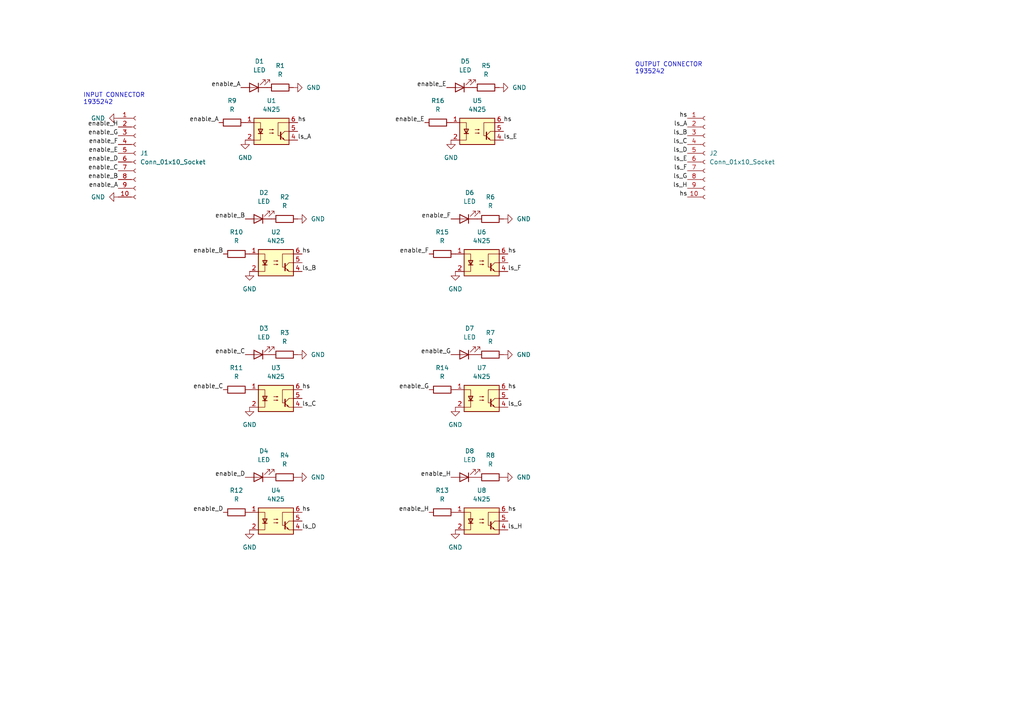
<source format=kicad_sch>
(kicad_sch (version 20230121) (generator eeschema)
  (paper "A4")
  (lib_symbols
    (symbol "Connector:Conn_01x10_Socket" (pin_names (offset 1.016) hide)
      (property "Reference" "J" (at 0 12.7 0))
      (property "Value" "Conn_01x10_Socket" (at 0 -15.24 0))
      (symbol "Conn_01x10_Socket_1_1"
        (arc (start 0 -12.192) (mid -0.5058 -12.7) (end 0 -13.208) (stroke (width 0.1524)))
        (arc (start 0 -9.652) (mid -0.5058 -10.16) (end 0 -10.668) (stroke (width 0.1524)))
        (arc (start 0 -7.112) (mid -0.5058 -7.62) (end 0 -8.128) (stroke (width 0.1524)))
        (arc (start 0 -4.572) (mid -0.5058 -5.08) (end 0 -5.588) (stroke (width 0.1524)))
        (arc (start 0 -2.032) (mid -0.5058 -2.54) (end 0 -3.048) (stroke (width 0.1524)))
        (polyline (pts (xy -1.27 -12.7) (xy -0.508 -12.7)) (stroke (width 0.1524)))
        (polyline (pts (xy -1.27 -10.16) (xy -0.508 -10.16)) (stroke (width 0.1524)))
        (polyline (pts (xy -1.27 -7.62) (xy -0.508 -7.62)) (stroke (width 0.1524)))
        (polyline (pts (xy -1.27 -5.08) (xy -0.508 -5.08)) (stroke (width 0.1524)))
        (polyline (pts (xy -1.27 -2.54) (xy -0.508 -2.54)) (stroke (width 0.1524)))
        (polyline (pts (xy -1.27 0) (xy -0.508 0)) (stroke (width 0.1524)))
        (polyline (pts (xy -1.27 2.54) (xy -0.508 2.54)) (stroke (width 0.1524)))
        (polyline (pts (xy -1.27 5.08) (xy -0.508 5.08)) (stroke (width 0.1524)))
        (polyline (pts (xy -1.27 7.62) (xy -0.508 7.62)) (stroke (width 0.1524)))
        (polyline (pts (xy -1.27 10.16) (xy -0.508 10.16)) (stroke (width 0.1524)))
        (arc (start 0 0.508) (mid -0.5058 0) (end 0 -0.508) (stroke (width 0.1524)))
        (arc (start 0 3.048) (mid -0.5058 2.54) (end 0 2.032) (stroke (width 0.1524)))
        (arc (start 0 5.588) (mid -0.5058 5.08) (end 0 4.572) (stroke (width 0.1524)))
        (arc (start 0 8.128) (mid -0.5058 7.62) (end 0 7.112) (stroke (width 0.1524)))
        (arc (start 0 10.668) (mid -0.5058 10.16) (end 0 9.652) (stroke (width 0.1524)))
        (pin passive line (at -5.08 10.16 0) (length 3.81) (name "Pin_1") (number "1"))
        (pin passive line (at -5.08 -12.7 0) (length 3.81) (name "Pin_10") (number "10"))
        (pin passive line (at -5.08 7.62 0) (length 3.81) (name "Pin_2") (number "2"))
        (pin passive line (at -5.08 5.08 0) (length 3.81) (name "Pin_3") (number "3"))
        (pin passive line (at -5.08 2.54 0) (length 3.81) (name "Pin_4") (number "4"))
        (pin passive line (at -5.08 0 0) (length 3.81) (name "Pin_5") (number "5"))
        (pin passive line (at -5.08 -2.54 0) (length 3.81) (name "Pin_6") (number "6"))
        (pin passive line (at -5.08 -5.08 0) (length 3.81) (name "Pin_7") (number "7"))
        (pin passive line (at -5.08 -7.62 0) (length 3.81) (name "Pin_8") (number "8"))
        (pin passive line (at -5.08 -10.16 0) (length 3.81) (name "Pin_9") (number "9"))
      )
    )
    (symbol "Device:LED" (pin_numbers hide) (pin_names (offset 1.016) hide)
      (property "Reference" "D" (at 0 2.54 0))
      (property "Value" "LED" (at 0 -2.54 0))
      (symbol "LED_0_1"
        (polyline (pts (xy -1.27 -1.27) (xy -1.27 1.27)) (stroke (width 0.254)))
        (polyline (pts (xy -1.27 0) (xy 1.27 0)))
        (polyline (pts (xy 1.27 -1.27) (xy 1.27 1.27) (xy -1.27 0) (xy 1.27 -1.27)) (stroke (width 0.254)))
        (polyline (pts (xy -3.048 -0.762) (xy -4.572 -2.286) (xy -3.81 -2.286) (xy -4.572 -2.286) (xy -4.572 -1.524)))
        (polyline (pts (xy -1.778 -0.762) (xy -3.302 -2.286) (xy -2.54 -2.286) (xy -3.302 -2.286) (xy -3.302 -1.524)))
      )
      (symbol "LED_1_1"
        (pin passive line (at -3.81 0 0) (length 2.54) (name "K") (number "1"))
        (pin passive line (at 3.81 0 180) (length 2.54) (name "A") (number "2"))
      )
    )
    (symbol "Device:R" (pin_numbers hide) (pin_names (offset 0))
      (property "Reference" "R" (at 2.032 0 90))
      (property "Value" "R" (at 0 0 90))
      (symbol "R_0_1"
        (rectangle (start -1.016 -2.54) (end 1.016 2.54) (stroke (width 0.254)))
      )
      (symbol "R_1_1"
        (pin passive line (at 0 3.81 270) (length 1.27) (name "~") (number "1"))
        (pin passive line (at 0 -3.81 90) (length 1.27) (name "~") (number "2"))
      )
    )
    (symbol "Isolator:4N25" (pin_names (offset 1.016))
      (property "Reference" "U" (at -5.08 5.08 0))
      (property "Value" "4N25" (at 0 5.08 0))
      (symbol "4N25_0_1"
        (rectangle (start -5.08 3.81) (end 5.08 -3.81) (stroke (width 0.254)) (fill (type background)))
        (polyline (pts (xy -3.81 -0.635) (xy -2.54 -0.635)) (stroke (width 0.254)))
        (polyline (pts (xy 2.667 -1.397) (xy 3.81 -2.54)))
        (polyline (pts (xy 2.667 -1.143) (xy 3.81 0)))
        (polyline (pts (xy 3.81 -2.54) (xy 5.08 -2.54)))
        (polyline (pts (xy 3.81 0) (xy 5.08 0)))
        (polyline (pts (xy 2.667 -0.254) (xy 2.667 -2.286) (xy 2.667 -2.286)) (stroke (width 0.3556)))
        (polyline (pts (xy -5.08 -2.54) (xy -3.175 -2.54) (xy -3.175 2.54) (xy -5.08 2.54)))
        (polyline (pts (xy -3.175 -0.635) (xy -3.81 0.635) (xy -2.54 0.635) (xy -3.175 -0.635)) (stroke (width 0.254)))
        (polyline (pts (xy 3.683 -2.413) (xy 3.429 -1.905) (xy 3.175 -2.159) (xy 3.683 -2.413)))
        (polyline (pts (xy 5.08 2.54) (xy 1.905 2.54) (xy 1.905 -1.27) (xy 2.54 -1.27)))
        (polyline (pts (xy -0.635 -0.508) (xy 0.635 -0.508) (xy 0.254 -0.635) (xy 0.254 -0.381) (xy 0.635 -0.508)))
        (polyline (pts (xy -0.635 0.508) (xy 0.635 0.508) (xy 0.254 0.381) (xy 0.254 0.635) (xy 0.635 0.508)))
      )
      (symbol "4N25_1_1"
        (pin passive line (at -7.62 2.54 0) (length 2.54) (name "~") (number "1"))
        (pin passive line (at -7.62 -2.54 0) (length 2.54) (name "~") (number "2"))
        (pin no_connect line (at -5.08 0 0) (length 2.54) hide (name "NC") (number "3"))
        (pin passive line (at 7.62 -2.54 180) (length 2.54) (name "~") (number "4"))
        (pin passive line (at 7.62 0 180) (length 2.54) (name "~") (number "5"))
        (pin passive line (at 7.62 2.54 180) (length 2.54) (name "~") (number "6"))
      )
    )
    (symbol "power:GND" (power) (pin_names (offset 0))
      (property "Value" "GND" (at 0 -3.81 0))
      (symbol "GND_0_1"
        (polyline (pts (xy 0 0) (xy 0 -1.27) (xy 1.27 -1.27) (xy 0 -2.54) (xy -1.27 -1.27) (xy 0 -1.27)))
      )
      (symbol "GND_1_1"
        (pin power_in line (at 0 0 270) (length 0) hide (name "GND") (number "1"))
      )
    )
  )
  (text "INPUT CONNECTOR\n1935242" (at 24.13 30.48 0) (effects (font (size 1.27 1.27)) (justify left bottom)))
  (text "OUTPUT CONNECTOR\n1935242" (at 184.15 21.59 0) (effects (font (size 1.27 1.27)) (justify left bottom)))
  (label "ls_E" (at 146.05 40.64 0))
  (label "enable_G" (at 124.46 113.03 180))
  (label "enable_E" (at 129.54 25.4 180))
  (label "ls_G" (at 199.39 52.07 180))
  (label "ls_E" (at 199.39 46.99 180))
  (label "ls_B" (at 87.63 78.74 0))
  (label "ls_B" (at 199.39 39.37 180))
  (label "hs" (at 87.63 73.66 0))
  (label "ls_A" (at 199.39 36.83 180))
  (label "hs" (at 147.32 73.66 0))
  (label "enable_A" (at 34.29 54.61 180))
  (label "enable_C" (at 34.29 49.53 180))
  (label "enable_H" (at 124.46 148.59 180))
  (label "ls_F" (at 199.39 49.53 180))
  (label "enable_C" (at 71.12 102.87 180))
  (label "ls_G" (at 147.32 118.11 0))
  (label "ls_C" (at 87.63 118.11 0))
  (label "enable_H" (at 34.29 36.83 180))
  (label "hs" (at 147.32 148.59 0))
  (label "ls_F" (at 147.32 78.74 0))
  (label "ls_H" (at 199.39 54.61 180))
  (label "enable_F" (at 34.29 41.91 180))
  (label "ls_D" (at 199.39 44.45 180))
  (label "enable_F" (at 130.81 63.5 180))
  (label "enable_B" (at 34.29 52.07 180))
  (label "enable_E" (at 34.29 44.45 180))
  (label "enable_E" (at 123.19 35.56 180))
  (label "enable_H" (at 130.81 138.43 180))
  (label "enable_C" (at 64.77 113.03 180))
  (label "enable_G" (at 34.29 39.37 180))
  (label "enable_D" (at 64.77 148.59 180))
  (label "hs" (at 86.36 35.56 0))
  (label "ls_H" (at 147.32 153.67 0))
  (label "hs" (at 87.63 148.59 0))
  (label "enable_B" (at 64.77 73.66 180))
  (label "enable_B" (at 71.12 63.5 180))
  (label "enable_D" (at 71.12 138.43 180))
  (label "ls_C" (at 199.39 41.91 180))
  (label "ls_A" (at 86.36 40.64 0))
  (label "hs" (at 147.32 113.03 0))
  (label "hs" (at 146.05 35.56 0))
  (label "hs" (at 199.39 34.29 180))
  (label "ls_D" (at 87.63 153.67 0))
  (label "enable_A" (at 63.5 35.56 180))
  (label "hs" (at 199.39 57.15 180))
  (label "hs" (at 87.63 113.03 0))
  (label "enable_F" (at 124.46 73.66 180))
  (label "enable_D" (at 34.29 46.99 180))
  (label "enable_G" (at 130.81 102.87 180))
  (label "enable_A" (at 69.85 25.4 180))
  (symbol (lib_id "Device:LED") (at 133.35 25.4 180) (unit 1)
    (property "Reference" "D5" (at 134.9375 17.78 0))
    (property "Value" "LED" (at 134.9375 20.32 0))
    (property "Footprint" "LED_SMD:LED_0603_1608Metric_Pad1.05x0.95mm_HandSolder" (effects hide))
  )
  (symbol (lib_id "power:GND") (at 86.36 63.5 90) (unit 1)
    (property "Reference" "#PWR04" (effects hide))
    (property "Value" "GND" (at 90.17 63.5 90) (effects (justify right)))
  )
  (symbol (lib_id "power:GND") (at 34.29 34.29 270) (unit 1)
    (property "Reference" "#PWR018" (effects hide))
    (property "Value" "GND" (at 30.48 34.29 90) (effects (justify right)))
  )
  (symbol (lib_id "Isolator:4N25") (at 78.74 38.1 0) (unit 1)
    (property "Reference" "U1" (at 78.74 29.21 0))
    (property "Value" "4N25" (at 78.74 31.75 0))
    (property "Footprint" "Package_DIP:DIP-6_W7.62mm" (effects hide))
    (property "Datasheet" "https://www.vishay.com/docs/83725/4n25.pdf" (effects hide))
  )
  (symbol (lib_id "Device:R") (at 127 35.56 90) (unit 1)
    (property "Reference" "R16" (at 127 29.21 90))
    (property "Value" "R" (at 127 31.75 90))
    (property "Footprint" "Resistor_SMD:R_0603_1608Metric_Pad0.98x0.95mm_HandSolder" (effects hide))
  )
  (symbol (lib_id "Device:R") (at 68.58 73.66 90) (unit 1)
    (property "Reference" "R10" (at 68.58 67.31 90))
    (property "Value" "R" (at 68.58 69.85 90))
    (property "Footprint" "Resistor_SMD:R_0603_1608Metric_Pad0.98x0.95mm_HandSolder" (effects hide))
  )
  (symbol (lib_id "Device:LED") (at 134.62 138.43 180) (unit 1)
    (property "Reference" "D8" (at 136.2075 130.81 0))
    (property "Value" "LED" (at 136.2075 133.35 0))
    (property "Footprint" "LED_SMD:LED_0603_1608Metric_Pad1.05x0.95mm_HandSolder" (effects hide))
  )
  (symbol (lib_id "power:GND") (at 72.39 153.67 0) (unit 1)
    (property "Reference" "#PWR07" (effects hide))
    (property "Value" "GND" (at 72.39 158.75 0))
  )
  (symbol (lib_id "Device:R") (at 142.24 63.5 90) (unit 1)
    (property "Reference" "R6" (at 142.24 57.15 90))
    (property "Value" "R" (at 142.24 59.69 90))
    (property "Footprint" "Resistor_SMD:R_0603_1608Metric_Pad0.98x0.95mm_HandSolder" (effects hide))
  )
  (symbol (lib_id "power:GND") (at 132.08 78.74 0) (unit 1)
    (property "Reference" "#PWR010" (effects hide))
    (property "Value" "GND" (at 132.08 83.82 0))
  )
  (symbol (lib_id "power:GND") (at 86.36 102.87 90) (unit 1)
    (property "Reference" "#PWR06" (effects hide))
    (property "Value" "GND" (at 90.17 102.87 90) (effects (justify right)))
  )
  (symbol (lib_id "Connector:Conn_01x10_Socket") (at 204.47 44.45 0) (unit 1)
    (property "Reference" "J2" (at 205.74 44.45 0) (effects (justify left)))
    (property "Value" "Conn_01x10_Socket" (at 205.74 46.99 0) (effects (justify left)))
    (property "Footprint" "TerminalBlock_Phoenix:TerminalBlock_Phoenix_MKDS-1,5-10_1x10_P5.00mm_Horizontal" (effects hide))
  )
  (symbol (lib_id "Device:LED") (at 74.93 138.43 180) (unit 1)
    (property "Reference" "D4" (at 76.5175 130.81 0))
    (property "Value" "LED" (at 76.5175 133.35 0))
    (property "Footprint" "LED_SMD:LED_0603_1608Metric_Pad1.05x0.95mm_HandSolder" (effects hide))
  )
  (symbol (lib_id "Device:R") (at 142.24 102.87 90) (unit 1)
    (property "Reference" "R7" (at 142.24 96.52 90))
    (property "Value" "R" (at 142.24 99.06 90))
    (property "Footprint" "Resistor_SMD:R_0603_1608Metric_Pad0.98x0.95mm_HandSolder" (effects hide))
  )
  (symbol (lib_id "Device:R") (at 128.27 113.03 90) (unit 1)
    (property "Reference" "R14" (at 128.27 106.68 90))
    (property "Value" "R" (at 128.27 109.22 90))
    (property "Footprint" "Resistor_SMD:R_0603_1608Metric_Pad0.98x0.95mm_HandSolder" (effects hide))
  )
  (symbol (lib_id "Device:R") (at 81.28 25.4 90) (unit 1)
    (property "Reference" "R1" (at 81.28 19.05 90))
    (property "Value" "R" (at 81.28 21.59 90))
    (property "Footprint" "Resistor_SMD:R_0603_1608Metric_Pad0.98x0.95mm_HandSolder" (effects hide))
  )
  (symbol (lib_id "power:GND") (at 72.39 118.11 0) (unit 1)
    (property "Reference" "#PWR05" (effects hide))
    (property "Value" "GND" (at 72.39 123.19 0))
  )
  (symbol (lib_id "Isolator:4N25") (at 139.7 115.57 0) (unit 1)
    (property "Reference" "U7" (at 139.7 106.68 0))
    (property "Value" "4N25" (at 139.7 109.22 0))
    (property "Footprint" "Package_DIP:DIP-6_W7.62mm" (effects hide))
    (property "Datasheet" "https://www.vishay.com/docs/83725/4n25.pdf" (effects hide))
  )
  (symbol (lib_id "Isolator:4N25") (at 139.7 151.13 0) (unit 1)
    (property "Reference" "U8" (at 139.7 142.24 0))
    (property "Value" "4N25" (at 139.7 144.78 0))
    (property "Footprint" "Package_DIP:DIP-6_W7.62mm" (effects hide))
    (property "Datasheet" "https://www.vishay.com/docs/83725/4n25.pdf" (effects hide))
  )
  (symbol (lib_id "Device:R") (at 128.27 73.66 90) (unit 1)
    (property "Reference" "R15" (at 128.27 67.31 90))
    (property "Value" "R" (at 128.27 69.85 90))
    (property "Footprint" "Resistor_SMD:R_0603_1608Metric_Pad0.98x0.95mm_HandSolder" (effects hide))
  )
  (symbol (lib_id "Device:R") (at 140.97 25.4 90) (unit 1)
    (property "Reference" "R5" (at 140.97 19.05 90))
    (property "Value" "R" (at 140.97 21.59 90))
    (property "Footprint" "Resistor_SMD:R_0603_1608Metric_Pad0.98x0.95mm_HandSolder" (effects hide))
  )
  (symbol (lib_id "Device:LED") (at 134.62 63.5 180) (unit 1)
    (property "Reference" "D6" (at 136.2075 55.88 0))
    (property "Value" "LED" (at 136.2075 58.42 0))
    (property "Footprint" "LED_SMD:LED_0603_1608Metric_Pad1.05x0.95mm_HandSolder" (effects hide))
  )
  (symbol (lib_id "Isolator:4N25") (at 80.01 115.57 0) (unit 1)
    (property "Reference" "U3" (at 80.01 106.68 0))
    (property "Value" "4N25" (at 80.01 109.22 0))
    (property "Footprint" "Package_DIP:DIP-6_W7.62mm" (effects hide))
    (property "Datasheet" "https://www.vishay.com/docs/83725/4n25.pdf" (effects hide))
  )
  (symbol (lib_id "power:GND") (at 130.81 40.64 0) (unit 1)
    (property "Reference" "#PWR09" (effects hide))
    (property "Value" "GND" (at 130.81 45.72 0))
  )
  (symbol (lib_id "power:GND") (at 85.09 25.4 90) (unit 1)
    (property "Reference" "#PWR02" (effects hide))
    (property "Value" "GND" (at 88.9 25.4 90) (effects (justify right)))
  )
  (symbol (lib_id "power:GND") (at 34.29 57.15 270) (unit 1)
    (property "Reference" "#PWR017" (effects hide))
    (property "Value" "GND" (at 30.48 57.15 90) (effects (justify right)))
  )
  (symbol (lib_id "Device:R") (at 68.58 148.59 90) (unit 1)
    (property "Reference" "R12" (at 68.58 142.24 90))
    (property "Value" "R" (at 68.58 144.78 90))
    (property "Footprint" "Resistor_SMD:R_0603_1608Metric_Pad0.98x0.95mm_HandSolder" (effects hide))
  )
  (symbol (lib_id "Isolator:4N25") (at 80.01 151.13 0) (unit 1)
    (property "Reference" "U4" (at 80.01 142.24 0))
    (property "Value" "4N25" (at 80.01 144.78 0))
    (property "Footprint" "Package_DIP:DIP-6_W7.62mm" (effects hide))
    (property "Datasheet" "https://www.vishay.com/docs/83725/4n25.pdf" (effects hide))
  )
  (symbol (lib_id "power:GND") (at 146.05 102.87 90) (unit 1)
    (property "Reference" "#PWR015" (effects hide))
    (property "Value" "GND" (at 149.86 102.87 90) (effects (justify right)))
  )
  (symbol (lib_id "Device:LED") (at 74.93 102.87 180) (unit 1)
    (property "Reference" "D3" (at 76.5175 95.25 0))
    (property "Value" "LED" (at 76.5175 97.79 0))
    (property "Footprint" "LED_SMD:LED_0603_1608Metric_Pad1.05x0.95mm_HandSolder" (effects hide))
  )
  (symbol (lib_id "Device:LED") (at 134.62 102.87 180) (unit 1)
    (property "Reference" "D7" (at 136.2075 95.25 0))
    (property "Value" "LED" (at 136.2075 97.79 0))
    (property "Footprint" "LED_SMD:LED_0603_1608Metric_Pad1.05x0.95mm_HandSolder" (effects hide))
  )
  (symbol (lib_id "power:GND") (at 144.78 25.4 90) (unit 1)
    (property "Reference" "#PWR013" (effects hide))
    (property "Value" "GND" (at 148.59 25.4 90) (effects (justify right)))
  )
  (symbol (lib_id "power:GND") (at 71.12 40.64 0) (unit 1)
    (property "Reference" "#PWR01" (effects hide))
    (property "Value" "GND" (at 71.12 45.72 0))
  )
  (symbol (lib_id "power:GND") (at 132.08 118.11 0) (unit 1)
    (property "Reference" "#PWR011" (effects hide))
    (property "Value" "GND" (at 132.08 123.19 0))
  )
  (symbol (lib_id "Connector:Conn_01x10_Socket") (at 39.37 44.45 0) (unit 1)
    (property "Reference" "J1" (at 40.64 44.45 0) (effects (justify left)))
    (property "Value" "Conn_01x10_Socket" (at 40.64 46.99 0) (effects (justify left)))
    (property "Footprint" "TerminalBlock_Phoenix:TerminalBlock_Phoenix_MKDS-1,5-10_1x10_P5.00mm_Horizontal" (effects hide))
  )
  (symbol (lib_id "Device:LED") (at 74.93 63.5 180) (unit 1)
    (property "Reference" "D2" (at 76.5175 55.88 0))
    (property "Value" "LED" (at 76.5175 58.42 0))
    (property "Footprint" "LED_SMD:LED_0603_1608Metric_Pad1.05x0.95mm_HandSolder" (effects hide))
  )
  (symbol (lib_id "Device:R") (at 68.58 113.03 90) (unit 1)
    (property "Reference" "R11" (at 68.58 106.68 90))
    (property "Value" "R" (at 68.58 109.22 90))
    (property "Footprint" "Resistor_SMD:R_0603_1608Metric_Pad0.98x0.95mm_HandSolder" (effects hide))
  )
  (symbol (lib_id "Device:R") (at 67.31 35.56 90) (unit 1)
    (property "Reference" "R9" (at 67.31 29.21 90))
    (property "Value" "R" (at 67.31 31.75 90))
    (property "Footprint" "Resistor_SMD:R_0603_1608Metric_Pad0.98x0.95mm_HandSolder" (effects hide))
  )
  (symbol (lib_id "Device:R") (at 82.55 63.5 90) (unit 1)
    (property "Reference" "R2" (at 82.55 57.15 90))
    (property "Value" "R" (at 82.55 59.69 90))
    (property "Footprint" "Resistor_SMD:R_0603_1608Metric_Pad0.98x0.95mm_HandSolder" (effects hide))
  )
  (symbol (lib_id "power:GND") (at 146.05 138.43 90) (unit 1)
    (property "Reference" "#PWR016" (effects hide))
    (property "Value" "GND" (at 149.86 138.43 90) (effects (justify right)))
  )
  (symbol (lib_id "power:GND") (at 72.39 78.74 0) (unit 1)
    (property "Reference" "#PWR03" (effects hide))
    (property "Value" "GND" (at 72.39 83.82 0))
  )
  (symbol (lib_id "power:GND") (at 132.08 153.67 0) (unit 1)
    (property "Reference" "#PWR012" (effects hide))
    (property "Value" "GND" (at 132.08 158.75 0))
  )
  (symbol (lib_id "Device:R") (at 142.24 138.43 90) (unit 1)
    (property "Reference" "R8" (at 142.24 132.08 90))
    (property "Value" "R" (at 142.24 134.62 90))
    (property "Footprint" "Resistor_SMD:R_0603_1608Metric_Pad0.98x0.95mm_HandSolder" (effects hide))
  )
  (symbol (lib_id "Device:R") (at 82.55 138.43 90) (unit 1)
    (property "Reference" "R4" (at 82.55 132.08 90))
    (property "Value" "R" (at 82.55 134.62 90))
    (property "Footprint" "Resistor_SMD:R_0603_1608Metric_Pad0.98x0.95mm_HandSolder" (effects hide))
  )
  (symbol (lib_id "Isolator:4N25") (at 80.01 76.2 0) (unit 1)
    (property "Reference" "U2" (at 80.01 67.31 0))
    (property "Value" "4N25" (at 80.01 69.85 0))
    (property "Footprint" "Package_DIP:DIP-6_W7.62mm" (effects hide))
    (property "Datasheet" "https://www.vishay.com/docs/83725/4n25.pdf" (effects hide))
  )
  (symbol (lib_id "Device:R") (at 128.27 148.59 90) (unit 1)
    (property "Reference" "R13" (at 128.27 142.24 90))
    (property "Value" "R" (at 128.27 144.78 90))
    (property "Footprint" "Resistor_SMD:R_0603_1608Metric_Pad0.98x0.95mm_HandSolder" (effects hide))
  )
  (symbol (lib_id "Device:LED") (at 73.66 25.4 180) (unit 1)
    (property "Reference" "D1" (at 75.2475 17.78 0))
    (property "Value" "LED" (at 75.2475 20.32 0))
    (property "Footprint" "LED_SMD:LED_0603_1608Metric_Pad1.05x0.95mm_HandSolder" (effects hide))
  )
  (symbol (lib_id "power:GND") (at 86.36 138.43 90) (unit 1)
    (property "Reference" "#PWR08" (effects hide))
    (property "Value" "GND" (at 90.17 138.43 90) (effects (justify right)))
  )
  (symbol (lib_id "Device:R") (at 82.55 102.87 90) (unit 1)
    (property "Reference" "R3" (at 82.55 96.52 90))
    (property "Value" "R" (at 82.55 99.06 90))
    (property "Footprint" "Resistor_SMD:R_0603_1608Metric_Pad0.98x0.95mm_HandSolder" (effects hide))
  )
  (symbol (lib_id "Isolator:4N25") (at 139.7 76.2 0) (unit 1)
    (property "Reference" "U6" (at 139.7 67.31 0))
    (property "Value" "4N25" (at 139.7 69.85 0))
    (property "Footprint" "Package_DIP:DIP-6_W7.62mm" (effects hide))
    (property "Datasheet" "https://www.vishay.com/docs/83725/4n25.pdf" (effects hide))
  )
  (symbol (lib_id "power:GND") (at 146.05 63.5 90) (unit 1)
    (property "Reference" "#PWR014" (effects hide))
    (property "Value" "GND" (at 149.86 63.5 90) (effects (justify right)))
  )
  (symbol (lib_id "Isolator:4N25") (at 138.43 38.1 0) (unit 1)
    (property "Reference" "U5" (at 138.43 29.21 0))
    (property "Value" "4N25" (at 138.43 31.75 0))
    (property "Footprint" "Package_DIP:DIP-6_W7.62mm" (effects hide))
    (property "Datasheet" "https://www.vishay.com/docs/83725/4n25.pdf" (effects hide))
  )
)
</source>
